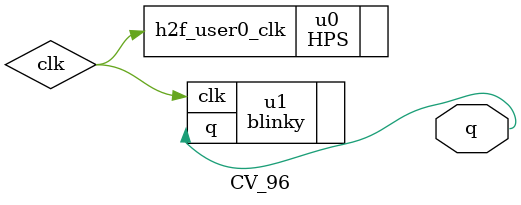
<source format=v>

module CV_96 (
	output q
);

wire clk;		


HPS   u0(
	.h2f_user0_clk( clk)  	//hps_0_h2f_user0_clock.clk
);
	

blinky  #(.clk_freq_hz (100000000))  u1 (
	.clk( clk ), 
	.q  ( q   )
);
	  
		   
endmodule







</source>
